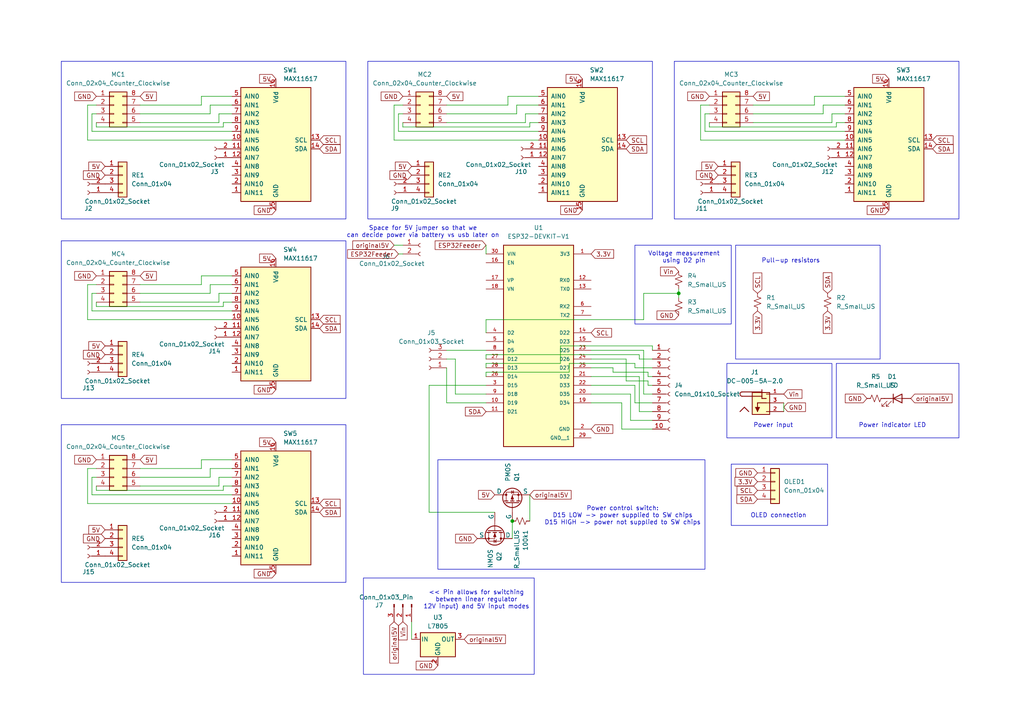
<source format=kicad_sch>
(kicad_sch (version 20250114) (generator "eeschema") (generator_version "9.0")
  (paper "A4")
  (lib_symbols
    (symbol "Analog_ADC:MAX11617" (pin_names (offset 1.016))
      (property "Reference" "U" (at 11.43 -11.43 0))
      (property "Value" "MAX11617" (at 11.43 -13.97 0))
      (symbol "MAX11617_1_1"
        (pin input line (at -12.7 12.7 0) (length 2.54) (name "AIN0") (number "5"))
        (pin input line (at -12.7 10.16 0) (length 2.54) (name "AIN1") (number "6"))
        (pin input line (at -12.7 7.62 0) (length 2.54) (name "AIN2") (number "7"))
        (pin input line (at -12.7 5.08 0) (length 2.54) (name "AIN3") (number "8"))
        (pin input line (at -12.7 2.54 0) (length 2.54) (name "AIN4") (number "9"))
        (pin input line (at -12.7 0 0) (length 2.54) (name "AIN5") (number "10"))
        (pin input line (at -12.7 -2.54 0) (length 2.54) (name "AIN6") (number "11"))
        (pin input line (at -12.7 -5.08 0) (length 2.54) (name "AIN7") (number "12"))
        (pin input line (at -12.7 -7.62 0) (length 2.54) (name "AIN8") (number "4"))
        (pin input line (at -12.7 -10.16 0) (length 2.54) (name "AIN9") (number "3"))
        (pin input line (at -12.7 -12.7 0) (length 2.54) (name "AIN10") (number "2"))
        (pin input line (at -12.7 -15.24 0) (length 2.54) (name "AIN11") (number "1"))
        (pin power_in line (at 0 17.78 270) (length 2.54) (name "Vdd") (number "16"))
        (pin power_in line (at 0 -20.32 90) (length 2.54) (name "GND") (number "15"))
        (pin input line (at 12.7 0 180) (length 2.54) (name "SCL") (number "13"))
        (pin bidirectional line (at 12.7 -2.54 180) (length 2.54) (name "SDA") (number "14"))
      )
    )
    (symbol "Connector:Conn_01x02_Socket" (pin_names (offset 1.016) (hide yes))
      (property "Reference" "J" (at 0 2.54 0))
      (property "Value" "Conn_01x02_Socket" (at 0 -5.08 0))
      (symbol "Conn_01x02_Socket_1_1"
        (pin passive line (at -5.08 0 0) (length 3.81) (name "Pin_1") (number "1"))
        (pin passive line (at -5.08 -2.54 0) (length 3.81) (name "Pin_2") (number "2"))
      )
    )
    (symbol "Connector:Conn_01x03_Pin" (pin_names (offset 1.016) (hide yes))
      (property "Reference" "J" (at 0 5.08 0))
      (property "Value" "Conn_01x03_Pin" (at 0 -5.08 0))
      (symbol "Conn_01x03_Pin_1_1"
        (pin passive line (at 5.08 2.54 180) (length 3.81) (name "Pin_1") (number "1"))
        (pin passive line (at 5.08 0 180) (length 3.81) (name "Pin_2") (number "2"))
        (pin passive line (at 5.08 -2.54 180) (length 3.81) (name "Pin_3") (number "3"))
      )
    )
    (symbol "Connector:Conn_01x03_Socket" (pin_names (offset 1.016) (hide yes))
      (property "Reference" "J" (at 0 5.08 0))
      (property "Value" "Conn_01x03_Socket" (at 0 -5.08 0))
      (symbol "Conn_01x03_Socket_1_1"
        (pin passive line (at -5.08 2.54 0) (length 3.81) (name "Pin_1") (number "1"))
        (pin passive line (at -5.08 0 0) (length 3.81) (name "Pin_2") (number "2"))
        (pin passive line (at -5.08 -2.54 0) (length 3.81) (name "Pin_3") (number "3"))
      )
    )
    (symbol "Connector:Conn_01x10_Socket" (pin_names (offset 1.016) (hide yes))
      (property "Reference" "J" (at 0 12.7 0))
      (property "Value" "Conn_01x10_Socket" (at 0 -15.24 0))
      (symbol "Conn_01x10_Socket_1_1"
        (pin passive line (at -5.08 10.16 0) (length 3.81) (name "Pin_1") (number "1"))
        (pin passive line (at -5.08 7.62 0) (length 3.81) (name "Pin_2") (number "2"))
        (pin passive line (at -5.08 5.08 0) (length 3.81) (name "Pin_3") (number "3"))
        (pin passive line (at -5.08 2.54 0) (length 3.81) (name "Pin_4") (number "4"))
        (pin passive line (at -5.08 0 0) (length 3.81) (name "Pin_5") (number "5"))
        (pin passive line (at -5.08 -2.54 0) (length 3.81) (name "Pin_6") (number "6"))
        (pin passive line (at -5.08 -5.08 0) (length 3.81) (name "Pin_7") (number "7"))
        (pin passive line (at -5.08 -7.62 0) (length 3.81) (name "Pin_8") (number "8"))
        (pin passive line (at -5.08 -10.16 0) (length 3.81) (name "Pin_9") (number "9"))
        (pin passive line (at -5.08 -12.7 0) (length 3.81) (name "Pin_10") (number "10"))
      )
    )
    (symbol "Connector_Generic:Conn_01x04" (pin_names (offset 1.016) (hide yes))
      (property "Reference" "J" (at 0 5.08 0))
      (property "Value" "Conn_01x04" (at 0 -7.62 0))
      (symbol "Conn_01x04_1_1"
        (pin passive line (at -5.08 2.54 0) (length 3.81) (name "Pin_1") (number "1"))
        (pin passive line (at -5.08 0 0) (length 3.81) (name "Pin_2") (number "2"))
        (pin passive line (at -5.08 -2.54 0) (length 3.81) (name "Pin_3") (number "3"))
        (pin passive line (at -5.08 -5.08 0) (length 3.81) (name "Pin_4") (number "4"))
      )
    )
    (symbol "Connector_Generic:Conn_02x04_Counter_Clockwise" (pin_names (offset 1.016) (hide yes))
      (property "Reference" "J" (at 1.27 5.08 0))
      (property "Value" "Conn_02x04_Counter_Clockwise" (at 1.27 -7.62 0))
      (symbol "Conn_02x04_Counter_Clockwise_1_1"
        (pin passive line (at -5.08 2.54 0) (length 3.81) (name "Pin_1") (number "1"))
        (pin passive line (at -5.08 0 0) (length 3.81) (name "Pin_2") (number "2"))
        (pin passive line (at -5.08 -2.54 0) (length 3.81) (name "Pin_3") (number "3"))
        (pin passive line (at -5.08 -5.08 0) (length 3.81) (name "Pin_4") (number "4"))
        (pin passive line (at 7.62 2.54 180) (length 3.81) (name "Pin_8") (number "8"))
        (pin passive line (at 7.62 0 180) (length 3.81) (name "Pin_7") (number "7"))
        (pin passive line (at 7.62 -2.54 180) (length 3.81) (name "Pin_6") (number "6"))
        (pin passive line (at 7.62 -5.08 180) (length 3.81) (name "Pin_5") (number "5"))
      )
    )
    (symbol "DC-005-5A-2.0:DC-005-5A-2.0" (pin_names (offset 1.016))
      (property "Reference" "J" (at -5.08 5.08 0))
      (property "Value" "DC-005-5A-2.0" (at -5.08 -5.08 0))
      (symbol "DC-005-5A-2.0_0_0"
        (pin passive line (at 7.62 2.54 180) (length 5.08) (name "~") (number "1"))
        (pin passive line (at 7.62 0 180) (length 5.08) (name "~") (number "3"))
        (pin passive line (at 7.62 -2.54 180) (length 5.08) (name "~") (number "2"))
      )
    )
    (symbol "Device:LED" (pin_numbers (hide yes)) (pin_names (offset 1.016) (hide yes))
      (property "Reference" "D" (at 0 2.54 0))
      (property "Value" "LED" (at 0 -2.54 0))
      (symbol "LED_1_1"
        (pin passive line (at -3.81 0 0) (length 2.54) (name "K") (number "1"))
        (pin passive line (at 3.81 0 180) (length 2.54) (name "A") (number "2"))
      )
    )
    (symbol "Device:R_Small_US" (pin_numbers (hide yes)) (pin_names (offset 0.254) (hide yes))
      (property "Reference" "R" (at 0.762 0.508 0))
      (property "Value" "R_Small_US" (at 0.762 -1.016 0))
      (symbol "R_Small_US_1_1"
        (pin passive line (at 0 2.54 270) (length 1.016) (name "~") (number "1"))
        (pin passive line (at 0 -2.54 90) (length 1.016) (name "~") (number "2"))
      )
    )
    (symbol "ESP32-DEVKIT-V1:ESP32-DEVKIT-V1" (pin_names (offset 1.016))
      (property "Reference" "U" (at -10.16 30.48 0))
      (property "Value" "ESP32-DEVKIT-V1" (at -10.16 -33.02 0))
      (symbol "ESP32-DEVKIT-V1_0_0"
        (pin input line (at -15.24 25.4 0) (length 5.08) (name "VIN") (number "30"))
        (pin input line (at -15.24 22.86 0) (length 5.08) (name "EN") (number "16"))
        (pin bidirectional line (at -15.24 17.78 0) (length 5.08) (name "VP") (number "17"))
        (pin bidirectional line (at -15.24 15.24 0) (length 5.08) (name "VN") (number "18"))
        (pin bidirectional line (at -15.24 2.54 0) (length 5.08) (name "D2") (number "4"))
        (pin bidirectional line (at -15.24 0 0) (length 5.08) (name "D4") (number "5"))
        (pin bidirectional line (at -15.24 -2.54 0) (length 5.08) (name "D5") (number "8"))
        (pin bidirectional line (at -15.24 -5.08 0) (length 5.08) (name "D12") (number "27"))
        (pin bidirectional line (at -15.24 -7.62 0) (length 5.08) (name "D13") (number "28"))
        (pin bidirectional line (at -15.24 -10.16 0) (length 5.08) (name "D14") (number "26"))
        (pin bidirectional line (at -15.24 -12.7 0) (length 5.08) (name "D15") (number "3"))
        (pin bidirectional line (at -15.24 -15.24 0) (length 5.08) (name "D18") (number "9"))
        (pin bidirectional line (at -15.24 -17.78 0) (length 5.08) (name "D19") (number "10"))
        (pin bidirectional line (at -15.24 -20.32 0) (length 5.08) (name "D21") (number "11"))
        (pin output line (at 15.24 25.4 180) (length 5.08) (name "3V3") (number "1"))
        (pin input line (at 15.24 17.78 180) (length 5.08) (name "RX0") (number "12"))
        (pin output line (at 15.24 15.24 180) (length 5.08) (name "TX0") (number "13"))
        (pin input line (at 15.24 10.16 180) (length 5.08) (name "RX2") (number "6"))
        (pin output line (at 15.24 7.62 180) (length 5.08) (name "TX2") (number "7"))
        (pin bidirectional line (at 15.24 2.54 180) (length 5.08) (name "D22") (number "14"))
        (pin bidirectional line (at 15.24 0 180) (length 5.08) (name "D23") (number "15"))
        (pin bidirectional line (at 15.24 -2.54 180) (length 5.08) (name "D25") (number "23"))
        (pin bidirectional line (at 15.24 -5.08 180) (length 5.08) (name "D26") (number "24"))
        (pin bidirectional line (at 15.24 -7.62 180) (length 5.08) (name "D27") (number "25"))
        (pin bidirectional line (at 15.24 -10.16 180) (length 5.08) (name "D32") (number "21"))
        (pin bidirectional line (at 15.24 -12.7 180) (length 5.08) (name "D33") (number "22"))
        (pin bidirectional line (at 15.24 -15.24 180) (length 5.08) (name "D35") (number "20"))
        (pin bidirectional line (at 15.24 -17.78 180) (length 5.08) (name "D34") (number "19"))
        (pin power_in line (at 15.24 -25.4 180) (length 5.08) (name "GND") (number "2"))
        (pin power_in line (at 15.24 -27.94 180) (length 5.08) (name "GND__1") (number "29"))
      )
    )
    (symbol "Regulator_Linear:L7805" (pin_names (offset 0.254))
      (property "Reference" "U" (at -3.81 3.175 0))
      (property "Value" "L7805" (at 0 3.175 0))
      (symbol "L7805_1_1"
        (pin power_in line (at -7.62 0 0) (length 2.54) (name "IN") (number "1"))
        (pin power_in line (at 0 -7.62 90) (length 2.54) (name "GND") (number "2"))
        (pin power_out line (at 7.62 0 180) (length 2.54) (name "OUT") (number "3"))
      )
    )
    (symbol "Simulation_SPICE:NMOS" (pin_numbers (hide yes)) (pin_names (offset 0))
      (property "Reference" "Q" (at 5.08 1.27 0))
      (property "Value" "NMOS" (at 5.08 -1.27 0))
      (symbol "NMOS_1_1"
        (pin input line (at -5.08 0 0) (length 2.54) (name "G") (number "2"))
        (pin passive line (at 2.54 5.08 270) (length 2.54) (name "D") (number "1"))
        (pin passive line (at 2.54 -5.08 90) (length 2.54) (name "S") (number "3"))
      )
    )
    (symbol "Simulation_SPICE:PMOS" (pin_numbers (hide yes)) (pin_names (offset 0))
      (property "Reference" "Q" (at 5.08 1.27 0))
      (property "Value" "PMOS" (at 5.08 -1.27 0))
      (symbol "PMOS_1_1"
        (pin input line (at -5.08 0 0) (length 2.54) (name "G") (number "2"))
        (pin passive line (at 2.54 5.08 270) (length 2.54) (name "D") (number "1"))
        (pin passive line (at 2.54 -5.08 90) (length 2.54) (name "S") (number "3"))
      )
    )
  )
  (rectangle (start 105.41 167.64) (end 154.94 195.58))
  (rectangle (start 184.15 71.12) (end 212.09 93.98))
  (rectangle (start 127 133.35) (end 204.47 165.1))
  (rectangle (start 106.68 17.78) (end 189.23 63.5))
  (rectangle (start 17.78 123.19) (end 100.33 168.91))
  (rectangle (start 242.57 105.41) (end 278.13 127))
  (rectangle (start 195.58 17.78) (end 278.13 63.5))
  (rectangle (start 210.82 105.41) (end 241.3 127))
  (rectangle (start 17.78 17.78) (end 100.33 63.5))
  (rectangle (start 212.09 134.62) (end 240.03 152.4))
  (rectangle (start 213.36 71.12) (end 255.27 104.14))
  (rectangle (start 17.78 69.85) (end 100.33 115.57))
  (text "Power input" (at 224.282 123.444 0) (effects (font (size 1.27 1.27))))
  (text "Power indicator LED" (at 258.826 123.444 0) (effects (font (size 1.27 1.27))))
  (text "OLED connection" (at 225.806 149.606 0) (effects (font (size 1.27 1.27))))
  (text "Pull-up resistors" (at 229.362 75.692 0) (effects (font (size 1.27 1.27))))
  (text "<< Pin allows for switching\nbetween linear regulator\n12V input) and 5V input modes" (at 138.176 173.99 0) (effects (font (size 1.27 1.27))))
  (text "Power control switch:\nD15 LOW -> power supplied to SW chips\nD15 HIGH -> power not supplied to SW chips" (at 180.594 149.606 0) (effects (font (size 1.27 1.27))))
  (text "Voltage measurement\nusing D2 pin" (at 198.374 74.676 0) (effects (font (size 1.27 1.27))))
  (text "Space for 5V jumper so that we\ncan decide power via battery vs usb later on" (at 122.682 67.31 0) (effects (font (size 1.27 1.27))))
  (junction (at 148.59 151.13))
  (junction (at 196.85 85.09))
  (wire (pts (xy 140.97 105.41) (xy 140.97 106.68)))
  (wire (pts (xy 63.5 87.63) (xy 63.5 85.09)))
  (wire (pts (xy 40.64 33.02) (xy 60.96 33.02)))
  (wire (pts (xy 227.33 116.84) (xy 227.33 119.38)))
  (wire (pts (xy 182.88 114.3) (xy 182.88 121.92)))
  (wire (pts (xy 114.3 30.48) (xy 114.3 40.64)))
  (wire (pts (xy 242.57 35.56) (xy 245.11 35.56)))
  (wire (pts (xy 152.4 35.56) (xy 152.4 33.02)))
  (wire (pts (xy 116.84 36.83) (xy 153.67 36.83)))
  (wire (pts (xy 187.96 109.22) (xy 189.23 109.22)))
  (wire (pts (xy 165.1 107.95) (xy 165.1 105.41)))
  (wire (pts (xy 40.64 82.55) (xy 58.42 82.55)))
  (wire (pts (xy 205.74 30.48) (xy 203.2 30.48)))
  (wire (pts (xy 58.42 80.01) (xy 67.31 80.01)))
  (wire (pts (xy 205.74 33.02) (xy 204.47 33.02)))
  (wire (pts (xy 187.96 107.95) (xy 187.96 109.22)))
  (wire (pts (xy 184.15 116.84) (xy 189.23 116.84)))
  (wire (pts (xy 185.42 109.22) (xy 185.42 119.38)))
  (wire (pts (xy 63.5 140.97) (xy 63.5 138.43)))
  (wire (pts (xy 40.64 85.09) (xy 60.96 85.09)))
  (wire (pts (xy 124.46 148.59) (xy 143.51 148.59)))
  (wire (pts (xy 184.15 111.76) (xy 184.15 116.84)))
  (wire (pts (xy 27.94 142.24) (xy 64.77 142.24)))
  (wire (pts (xy 40.64 35.56) (xy 63.5 35.56)))
  (wire (pts (xy 132.08 104.14) (xy 129.54 104.14)))
  (wire (pts (xy 148.59 151.13) (xy 148.59 156.21)))
  (wire (pts (xy 27.94 82.55) (xy 25.4 82.55)))
  (wire (pts (xy 26.67 90.17) (xy 67.31 90.17)))
  (wire (pts (xy 27.94 33.02) (xy 26.67 33.02)))
  (wire (pts (xy 25.4 92.71) (xy 67.31 92.71)))
  (wire (pts (xy 205.74 35.56) (xy 205.74 36.83)))
  (wire (pts (xy 140.97 107.95) (xy 140.97 109.22)))
  (wire (pts (xy 60.96 30.48) (xy 67.31 30.48)))
  (wire (pts (xy 58.42 82.55) (xy 58.42 80.01)))
  (wire (pts (xy 58.42 27.94) (xy 67.31 27.94)))
  (wire (pts (xy 189.23 100.33) (xy 189.23 101.6)))
  (wire (pts (xy 25.4 135.89) (xy 25.4 146.05)))
  (wire (pts (xy 26.67 85.09) (xy 26.67 90.17)))
  (wire (pts (xy 241.3 33.02) (xy 245.11 33.02)))
  (wire (pts (xy 204.47 38.1) (xy 245.11 38.1)))
  (wire (pts (xy 60.96 138.43) (xy 60.96 135.89)))
  (wire (pts (xy 115.57 33.02) (xy 115.57 38.1)))
  (wire (pts (xy 60.96 135.89) (xy 67.31 135.89)))
  (wire (pts (xy 25.4 40.64) (xy 67.31 40.64)))
  (wire (pts (xy 26.67 138.43) (xy 26.67 143.51)))
  (wire (pts (xy 63.5 33.02) (xy 67.31 33.02)))
  (wire (pts (xy 129.54 35.56) (xy 152.4 35.56)))
  (wire (pts (xy 171.45 104.14) (xy 181.61 104.14)))
  (wire (pts (xy 27.94 35.56) (xy 27.94 36.83)))
  (wire (pts (xy 181.61 110.49) (xy 187.96 110.49)))
  (wire (pts (xy 238.76 33.02) (xy 238.76 30.48)))
  (wire (pts (xy 58.42 135.89) (xy 58.42 133.35)))
  (wire (pts (xy 171.45 111.76) (xy 184.15 111.76)))
  (wire (pts (xy 180.34 116.84) (xy 180.34 124.46)))
  (wire (pts (xy 58.42 133.35) (xy 67.31 133.35)))
  (wire (pts (xy 140.97 92.71) (xy 186.69 92.71)))
  (wire (pts (xy 58.42 30.48) (xy 58.42 27.94)))
  (wire (pts (xy 63.5 138.43) (xy 67.31 138.43)))
  (wire (pts (xy 27.94 30.48) (xy 25.4 30.48)))
  (wire (pts (xy 182.88 121.92) (xy 189.23 121.92)))
  (wire (pts (xy 129.54 30.48) (xy 147.32 30.48)))
  (wire (pts (xy 27.94 140.97) (xy 27.94 142.24)))
  (wire (pts (xy 180.34 124.46) (xy 189.23 124.46)))
  (wire (pts (xy 149.86 33.02) (xy 149.86 30.48)))
  (wire (pts (xy 171.45 101.6) (xy 186.69 101.6)))
  (wire (pts (xy 40.64 138.43) (xy 60.96 138.43)))
  (wire (pts (xy 238.76 30.48) (xy 245.11 30.48)))
  (wire (pts (xy 40.64 87.63) (xy 63.5 87.63)))
  (wire (pts (xy 60.96 82.55) (xy 67.31 82.55)))
  (wire (pts (xy 187.96 110.49) (xy 187.96 111.76)))
  (wire (pts (xy 184.15 106.68) (xy 189.23 106.68)))
  (wire (pts (xy 40.64 140.97) (xy 63.5 140.97)))
  (wire (pts (xy 60.96 85.09) (xy 60.96 82.55)))
  (wire (pts (xy 27.94 138.43) (xy 26.67 138.43)))
  (wire (pts (xy 186.69 85.09) (xy 196.85 85.09)))
  (wire (pts (xy 140.97 102.87) (xy 140.97 104.14)))
  (wire (pts (xy 162.56 100.33) (xy 189.23 100.33)))
  (wire (pts (xy 27.94 88.9) (xy 64.77 88.9)))
  (wire (pts (xy 171.45 116.84) (xy 180.34 116.84)))
  (wire (pts (xy 25.4 30.48) (xy 25.4 40.64)))
  (wire (pts (xy 26.67 143.51) (xy 67.31 143.51)))
  (wire (pts (xy 171.45 114.3) (xy 182.88 114.3)))
  (wire (pts (xy 25.4 146.05) (xy 67.31 146.05)))
  (wire (pts (xy 140.97 71.12) (xy 140.97 73.66)))
  (wire (pts (xy 140.97 102.87) (xy 185.42 102.87)))
  (wire (pts (xy 165.1 105.41) (xy 184.15 105.41)))
  (wire (pts (xy 187.96 111.76) (xy 189.23 111.76)))
  (wire (pts (xy 124.46 148.59) (xy 124.46 111.76)))
  (wire (pts (xy 177.8 106.68) (xy 177.8 107.95)))
  (wire (pts (xy 140.97 105.41) (xy 162.56 105.41)))
  (wire (pts (xy 147.32 27.94) (xy 156.21 27.94)))
  (wire (pts (xy 185.42 104.14) (xy 189.23 104.14)))
  (wire (pts (xy 26.67 33.02) (xy 26.67 38.1)))
  (wire (pts (xy 26.67 38.1) (xy 67.31 38.1)))
  (wire (pts (xy 140.97 116.84) (xy 129.54 116.84)))
  (wire (pts (xy 40.64 135.89) (xy 58.42 135.89)))
  (wire (pts (xy 27.94 135.89) (xy 25.4 135.89)))
  (wire (pts (xy 196.85 85.09) (xy 196.85 86.36)))
  (wire (pts (xy 114.3 40.64) (xy 156.21 40.64)))
  (wire (pts (xy 218.44 35.56) (xy 241.3 35.56)))
  (wire (pts (xy 218.44 33.02) (xy 238.76 33.02)))
  (wire (pts (xy 153.67 36.83) (xy 153.67 35.56)))
  (wire (pts (xy 40.64 30.48) (xy 58.42 30.48)))
  (wire (pts (xy 63.5 85.09) (xy 67.31 85.09)))
  (wire (pts (xy 124.46 111.76) (xy 140.97 111.76)))
  (wire (pts (xy 241.3 35.56) (xy 241.3 33.02)))
  (wire (pts (xy 171.45 106.68) (xy 177.8 106.68)))
  (wire (pts (xy 204.47 33.02) (xy 204.47 38.1)))
  (wire (pts (xy 129.54 101.6) (xy 140.97 101.6)))
  (wire (pts (xy 63.5 35.56) (xy 63.5 33.02)))
  (wire (pts (xy 64.77 142.24) (xy 64.77 140.97)))
  (wire (pts (xy 119.38 180.34) (xy 119.38 185.42)))
  (wire (pts (xy 64.77 87.63) (xy 67.31 87.63)))
  (wire (pts (xy 129.54 116.84) (xy 129.54 106.68)))
  (wire (pts (xy 149.86 30.48) (xy 156.21 30.48)))
  (wire (pts (xy 186.69 85.09) (xy 186.69 92.71)))
  (wire (pts (xy 27.94 85.09) (xy 26.67 85.09)))
  (wire (pts (xy 132.08 114.3) (xy 132.08 104.14)))
  (wire (pts (xy 27.94 87.63) (xy 27.94 88.9)))
  (wire (pts (xy 147.32 30.48) (xy 147.32 27.94)))
  (wire (pts (xy 114.3 71.12) (xy 116.84 71.12)))
  (wire (pts (xy 152.4 33.02) (xy 156.21 33.02)))
  (wire (pts (xy 115.57 38.1) (xy 156.21 38.1)))
  (wire (pts (xy 162.56 105.41) (xy 162.56 100.33)))
  (wire (pts (xy 116.84 35.56) (xy 116.84 36.83)))
  (wire (pts (xy 236.22 27.94) (xy 245.11 27.94)))
  (wire (pts (xy 115.57 73.66) (xy 116.84 73.66)))
  (wire (pts (xy 64.77 36.83) (xy 64.77 35.56)))
  (wire (pts (xy 116.84 33.02) (xy 115.57 33.02)))
  (wire (pts (xy 203.2 30.48) (xy 203.2 40.64)))
  (wire (pts (xy 64.77 140.97) (xy 67.31 140.97)))
  (wire (pts (xy 186.69 101.6) (xy 186.69 114.3)))
  (wire (pts (xy 184.15 105.41) (xy 184.15 106.68)))
  (wire (pts (xy 60.96 33.02) (xy 60.96 30.48)))
  (wire (pts (xy 203.2 40.64) (xy 245.11 40.64)))
  (wire (pts (xy 25.4 82.55) (xy 25.4 92.71)))
  (wire (pts (xy 236.22 30.48) (xy 236.22 27.94)))
  (wire (pts (xy 171.45 109.22) (xy 185.42 109.22)))
  (wire (pts (xy 186.69 114.3) (xy 189.23 114.3)))
  (wire (pts (xy 140.97 107.95) (xy 165.1 107.95)))
  (wire (pts (xy 64.77 88.9) (xy 64.77 87.63)))
  (wire (pts (xy 116.84 30.48) (xy 114.3 30.48)))
  (wire (pts (xy 27.94 36.83) (xy 64.77 36.83)))
  (wire (pts (xy 218.44 30.48) (xy 236.22 30.48)))
  (wire (pts (xy 196.85 83.82) (xy 196.85 85.09)))
  (wire (pts (xy 185.42 102.87) (xy 185.42 104.14)))
  (wire (pts (xy 205.74 36.83) (xy 242.57 36.83)))
  (wire (pts (xy 153.67 35.56) (xy 156.21 35.56)))
  (wire (pts (xy 181.61 104.14) (xy 181.61 110.49)))
  (wire (pts (xy 185.42 119.38) (xy 189.23 119.38)))
  (wire (pts (xy 177.8 107.95) (xy 187.96 107.95)))
  (wire (pts (xy 242.57 36.83) (xy 242.57 35.56)))
  (wire (pts (xy 153.67 143.51) (xy 153.67 151.13)))
  (wire (pts (xy 129.54 33.02) (xy 149.86 33.02)))
  (wire (pts (xy 140.97 96.52) (xy 140.97 92.71)))
  (wire (pts (xy 140.97 114.3) (xy 132.08 114.3)))
  (wire (pts (xy 64.77 35.56) (xy 67.31 35.56)))
  (global_label "GND" (shape input) (at 171.45 124.46 0) (property "Intersheetrefs" "${INTERSHEET_REFS}" (effects (hide yes))))
  (global_label "5V" (shape input) (at 40.64 133.35 0) (property "Intersheetrefs" "${INTERSHEET_REFS}" (effects (hide yes))))
  (global_label "SCL" (shape input) (at 219.71 85.09 90) (property "Intersheetrefs" "${INTERSHEET_REFS}" (effects (hide yes))))
  (global_label "ESP32Feeder" (shape input) (at 115.57 73.66 180) (property "Intersheetrefs" "${INTERSHEET_REFS}" (effects (hide yes))))
  (global_label "SDA" (shape input) (at 270.51 43.18 0) (property "Intersheetrefs" "${INTERSHEET_REFS}" (effects (hide yes))))
  (global_label "GND" (shape input) (at 168.91 60.96 180) (property "Intersheetrefs" "${INTERSHEET_REFS}" (effects (hide yes))))
  (global_label "GND" (shape input) (at 127 193.04 180) (property "Intersheetrefs" "${INTERSHEET_REFS}" (effects (hide yes))))
  (global_label "original5V" (shape input) (at 114.3 180.34 270) (property "Intersheetrefs" "${INTERSHEET_REFS}" (effects (hide yes))))
  (global_label "GND" (shape input) (at 30.48 156.21 180) (property "Intersheetrefs" "${INTERSHEET_REFS}" (effects (hide yes))))
  (global_label "SDA" (shape input) (at 92.71 95.25 0) (property "Intersheetrefs" "${INTERSHEET_REFS}" (effects (hide yes))))
  (global_label "original5V" (shape input) (at 264.16 115.57 0) (property "Intersheetrefs" "${INTERSHEET_REFS}" (effects (hide yes))))
  (global_label "GND" (shape input) (at 80.01 166.37 180) (property "Intersheetrefs" "${INTERSHEET_REFS}" (effects (hide yes))))
  (global_label "GND" (shape input) (at 196.85 91.44 180) (property "Intersheetrefs" "${INTERSHEET_REFS}" (effects (hide yes))))
  (global_label "5V" (shape input) (at 30.48 48.26 180) (property "Intersheetrefs" "${INTERSHEET_REFS}" (effects (hide yes))))
  (global_label "SDA" (shape input) (at 92.71 148.59 0) (property "Intersheetrefs" "${INTERSHEET_REFS}" (effects (hide yes))))
  (global_label "3.3V" (shape input) (at 171.45 73.66 0) (property "Intersheetrefs" "${INTERSHEET_REFS}" (effects (hide yes))))
  (global_label "SCL" (shape input) (at 92.71 92.71 0) (property "Intersheetrefs" "${INTERSHEET_REFS}" (effects (hide yes))))
  (global_label "SCL" (shape input) (at 171.45 96.52 0) (property "Intersheetrefs" "${INTERSHEET_REFS}" (effects (hide yes))))
  (global_label "GND" (shape input) (at 208.28 50.8 180) (property "Intersheetrefs" "${INTERSHEET_REFS}" (effects (hide yes))))
  (global_label "GND" (shape input) (at 119.38 50.8 180) (property "Intersheetrefs" "${INTERSHEET_REFS}" (effects (hide yes))))
  (global_label "GND" (shape input) (at 30.48 102.87 180) (property "Intersheetrefs" "${INTERSHEET_REFS}" (effects (hide yes))))
  (global_label "GND" (shape input) (at 27.94 133.35 180) (property "Intersheetrefs" "${INTERSHEET_REFS}" (effects (hide yes))))
  (global_label "GND" (shape input) (at 257.81 60.96 180) (property "Intersheetrefs" "${INTERSHEET_REFS}" (effects (hide yes))))
  (global_label "5V" (shape input) (at 40.64 80.01 0) (property "Intersheetrefs" "${INTERSHEET_REFS}" (effects (hide yes))))
  (global_label "3.3V" (shape input) (at 240.03 90.17 270) (property "Intersheetrefs" "${INTERSHEET_REFS}" (effects (hide yes))))
  (global_label "SCL" (shape input) (at 181.61 40.64 0) (property "Intersheetrefs" "${INTERSHEET_REFS}" (effects (hide yes))))
  (global_label "ESP32Feeder" (shape input) (at 140.97 71.12 180) (property "Intersheetrefs" "${INTERSHEET_REFS}" (effects (hide yes))))
  (global_label "GND" (shape input) (at 227.33 118.11 0) (property "Intersheetrefs" "${INTERSHEET_REFS}" (effects (hide yes))))
  (global_label "GND" (shape input) (at 251.46 115.57 180) (property "Intersheetrefs" "${INTERSHEET_REFS}" (effects (hide yes))))
  (global_label "Vin" (shape input) (at 196.85 78.74 180) (property "Intersheetrefs" "${INTERSHEET_REFS}" (effects (hide yes))))
  (global_label "original5V" (shape input) (at 134.62 185.42 0) (property "Intersheetrefs" "${INTERSHEET_REFS}" (effects (hide yes))))
  (global_label "GND" (shape input) (at 80.01 113.03 180) (property "Intersheetrefs" "${INTERSHEET_REFS}" (effects (hide yes))))
  (global_label "5V" (shape input) (at 218.44 27.94 0) (property "Intersheetrefs" "${INTERSHEET_REFS}" (effects (hide yes))))
  (global_label "GND" (shape input) (at 80.01 60.96 180) (property "Intersheetrefs" "${INTERSHEET_REFS}" (effects (hide yes))))
  (global_label "GND" (shape input) (at 27.94 27.94 180) (property "Intersheetrefs" "${INTERSHEET_REFS}" (effects (hide yes))))
  (global_label "SDA" (shape input) (at 240.03 85.09 90) (property "Intersheetrefs" "${INTERSHEET_REFS}" (effects (hide yes))))
  (global_label "5V" (shape input) (at 208.28 48.26 180) (property "Intersheetrefs" "${INTERSHEET_REFS}" (effects (hide yes))))
  (global_label "5V" (shape input) (at 30.48 100.33 180) (property "Intersheetrefs" "${INTERSHEET_REFS}" (effects (hide yes))))
  (global_label "original5V" (shape input) (at 153.67 143.51 0) (property "Intersheetrefs" "${INTERSHEET_REFS}" (effects (hide yes))))
  (global_label "5V" (shape input) (at 80.01 22.86 180) (property "Intersheetrefs" "${INTERSHEET_REFS}" (effects (hide yes))))
  (global_label "5V" (shape input) (at 80.01 74.93 180) (property "Intersheetrefs" "${INTERSHEET_REFS}" (effects (hide yes))))
  (global_label "3.3V" (shape input) (at 219.71 139.7 180) (property "Intersheetrefs" "${INTERSHEET_REFS}" (effects (hide yes))))
  (global_label "SDA" (shape input) (at 92.71 43.18 0) (property "Intersheetrefs" "${INTERSHEET_REFS}" (effects (hide yes))))
  (global_label "GND" (shape input) (at 27.94 80.01 180) (property "Intersheetrefs" "${INTERSHEET_REFS}" (effects (hide yes))))
  (global_label "SCL" (shape input) (at 92.71 40.64 0) (property "Intersheetrefs" "${INTERSHEET_REFS}" (effects (hide yes))))
  (global_label "5V" (shape input) (at 30.48 153.67 180) (property "Intersheetrefs" "${INTERSHEET_REFS}" (effects (hide yes))))
  (global_label "GND" (shape input) (at 138.43 156.21 180) (property "Intersheetrefs" "${INTERSHEET_REFS}" (effects (hide yes))))
  (global_label "GND" (shape input) (at 219.71 137.16 180) (property "Intersheetrefs" "${INTERSHEET_REFS}" (effects (hide yes))))
  (global_label "5V" (shape input) (at 129.54 27.94 0) (property "Intersheetrefs" "${INTERSHEET_REFS}" (effects (hide yes))))
  (global_label "5V" (shape input) (at 257.81 22.86 180) (property "Intersheetrefs" "${INTERSHEET_REFS}" (effects (hide yes))))
  (global_label "5V" (shape input) (at 80.01 128.27 180) (property "Intersheetrefs" "${INTERSHEET_REFS}" (effects (hide yes))))
  (global_label "5V" (shape input) (at 119.38 48.26 180) (property "Intersheetrefs" "${INTERSHEET_REFS}" (effects (hide yes))))
  (global_label "Vin" (shape input) (at 116.84 180.34 270) (property "Intersheetrefs" "${INTERSHEET_REFS}" (effects (hide yes))))
  (global_label "5V" (shape input) (at 40.64 27.94 0) (property "Intersheetrefs" "${INTERSHEET_REFS}" (effects (hide yes))))
  (global_label "SDA" (shape input) (at 219.71 144.78 180) (property "Intersheetrefs" "${INTERSHEET_REFS}" (effects (hide yes))))
  (global_label "GND" (shape input) (at 205.74 27.94 180) (property "Intersheetrefs" "${INTERSHEET_REFS}" (effects (hide yes))))
  (global_label "5V" (shape input) (at 143.51 143.51 180) (property "Intersheetrefs" "${INTERSHEET_REFS}" (effects (hide yes))))
  (global_label "GND" (shape input) (at 30.48 50.8 180) (property "Intersheetrefs" "${INTERSHEET_REFS}" (effects (hide yes))))
  (global_label "original5V" (shape input) (at 114.3 71.12 180) (property "Intersheetrefs" "${INTERSHEET_REFS}" (effects (hide yes))))
  (global_label "SDA" (shape input) (at 181.61 43.18 0) (property "Intersheetrefs" "${INTERSHEET_REFS}" (effects (hide yes))))
  (global_label "SCL" (shape input) (at 270.51 40.64 0) (property "Intersheetrefs" "${INTERSHEET_REFS}" (effects (hide yes))))
  (global_label "Vin" (shape input) (at 227.33 114.3 0) (property "Intersheetrefs" "${INTERSHEET_REFS}" (effects (hide yes))))
  (global_label "SDA" (shape input) (at 140.97 119.38 180) (property "Intersheetrefs" "${INTERSHEET_REFS}" (effects (hide yes))))
  (global_label "5V" (shape input) (at 168.91 22.86 180) (property "Intersheetrefs" "${INTERSHEET_REFS}" (effects (hide yes))))
  (global_label "3.3V" (shape input) (at 219.71 90.17 270) (property "Intersheetrefs" "${INTERSHEET_REFS}" (effects (hide yes))))
  (global_label "SCL" (shape input) (at 92.71 146.05 0) (property "Intersheetrefs" "${INTERSHEET_REFS}" (effects (hide yes))))
  (global_label "GND" (shape input) (at 116.84 27.94 180) (property "Intersheetrefs" "${INTERSHEET_REFS}" (effects (hide yes))))
  (global_label "SCL" (shape input) (at 219.71 142.24 180) (property "Intersheetrefs" "${INTERSHEET_REFS}" (effects (hide yes))))
  (symbol (lib_id "Connector_Generic:Conn_01x04") (at 224.79 139.7 0) (unit 1)
    (property "Reference" "OLED1" (at 227.33 139.6999 0) (effects (justify left)))
    (property "Value" "Conn_01x04" (at 227.33 142.2399 0) (effects (justify left)))
    (property "Footprint" "Connector_PinHeader_2.54mm:PinHeader_1x04_P2.54mm_Vertical" (effects (hide yes)))
    (property "Description" "Generic connector, single row, 01x04, script generated (kicad-library-utils/schlib/autogen/connector/)" (effects (hide yes)))
  )
  (symbol (lib_id "Connector_Generic:Conn_01x04") (at 124.46 50.8 0) (unit 1)
    (property "Reference" "RE2" (at 127 50.7999 0) (effects (justify left)))
    (property "Value" "Conn_01x04" (at 127 53.3399 0) (effects (justify left)))
    (property "Footprint" "Connector_PinHeader_2.54mm:PinHeader_1x04_P2.54mm_Vertical" (effects (hide yes)))
    (property "Description" "Generic connector, single row, 01x04, script generated (kicad-library-utils/schlib/autogen/connector/)" (effects (hide yes)))
  )
  (symbol (lib_id "Analog_ADC:MAX11617") (at 80.01 92.71 0) (unit 1)
    (property "Reference" "SW4" (at 82.1533 72.39 0) (effects (justify left)))
    (property "Value" "MAX11617" (at 82.1533 74.93 0) (effects (justify left)))
    (property "Footprint" "SerialWombat:sw_pcb0029" (effects (hide yes)))
    (property "Datasheet" "https://datasheets.maximintegrated.com/en/ds/MAX11612-MAX11617.pdf" (effects (hide yes)))
    (property "Description" "12-channel single-ended or 6-channel, differential, 12-bit ADC, I2C, 2.048V internal reference, 16-QSOP package" (effects (hide yes)))
  )
  (symbol (lib_id "Connector:Conn_01x03_Socket") (at 124.46 104.14 180) (unit 1)
    (property "Reference" "J5" (at 125.095 96.52 0))
    (property "Value" "Conn_01x03_Socket" (at 125.095 99.06 0))
    (property "Footprint" "Connector_PinHeader_2.54mm:PinHeader_1x03_P2.54mm_Vertical" (effects (hide yes)))
    (property "Description" "Generic connector, single row, 01x03, script generated" (effects (hide yes)))
  )
  (symbol (lib_id "Connector:Conn_01x02_Socket") (at 203.2 55.88 180) (unit 1)
    (property "Reference" "J11" (at 203.454 60.452 0))
    (property "Value" "Conn_01x02_Socket" (at 211.836 58.42 0))
    (property "Footprint" "Connector_PinHeader_2.54mm:PinHeader_1x02_P2.54mm_Vertical" (effects (hide yes)))
    (property "Description" "Generic connector, single row, 01x02, script generated" (effects (hide yes)))
  )
  (symbol (lib_id "Device:R_Small_US") (at 240.03 87.63 0) (unit 1)
    (property "Reference" "R2" (at 242.57 86.3599 0) (effects (justify left)))
    (property "Value" "R_Small_US" (at 242.57 88.8999 0) (effects (justify left)))
    (property "Footprint" "Resistor_THT:R_Axial_DIN0204_L3.6mm_D1.6mm_P2.54mm_Vertical" (effects (hide yes)))
    (property "Description" "Resistor, small US symbol" (effects (hide yes)))
  )
  (symbol (lib_id "Device:R_Small_US") (at 254 115.57 270) (unit 1)
    (property "Reference" "R5" (at 254 109.22 90))
    (property "Value" "R_Small_US" (at 254 111.76 90))
    (property "Footprint" "Connector_PinHeader_2.54mm:PinHeader_1x02_P2.54mm_Vertical" (effects (hide yes)))
    (property "Description" "Resistor, small US symbol" (effects (hide yes)))
  )
  (symbol (lib_id "Regulator_Linear:L7805") (at 127 185.42 0) (unit 1)
    (property "Reference" "U3" (at 127 179.07 0))
    (property "Value" "L7805" (at 127 181.61 0))
    (property "Footprint" "Connector_PinHeader_2.54mm:PinHeader_1x03_P2.54mm_Vertical" (effects (hide yes)))
    (property "Datasheet" "http://www.st.com/content/ccc/resource/technical/document/datasheet/41/4f/b3/b0/12/d4/47/88/CD00000444.pdf/files/CD00000444.pdf/jcr:content/translations/en.CD00000444.pdf" (effects (hide yes)))
    (property "Description" "Positive 1.5A 35V Linear Regulator, Fixed Output 5V, TO-220/TO-263/TO-252" (effects (hide yes)))
  )
  (symbol (lib_id "Connector:Conn_01x02_Socket") (at 240.03 45.72 180) (unit 1)
    (property "Reference" "J12" (at 240.03 49.784 0))
    (property "Value" "Conn_01x02_Socket" (at 233.426 47.752 0))
    (property "Footprint" "Connector_PinHeader_2.54mm:PinHeader_1x02_P2.54mm_Vertical" (effects (hide yes)))
    (property "Description" "Generic connector, single row, 01x02, script generated" (effects (hide yes)))
  )
  (symbol (lib_id "Device:LED") (at 260.35 115.57 0) (unit 1)
    (property "Reference" "D1" (at 258.7625 109.22 0))
    (property "Value" "LED" (at 258.7625 111.76 0))
    (property "Footprint" "LED_THT:LED_D5.0mm" (effects (hide yes)))
    (property "Description" "Light emitting diode" (effects (hide yes)))
    (property "Sim.Pins" "1=K 2=A" (effects (hide yes)))
  )
  (symbol (lib_id "Connector:Conn_01x02_Socket") (at 25.4 161.29 180) (unit 1)
    (property "Reference" "J15" (at 25.654 165.862 0))
    (property "Value" "Conn_01x02_Socket" (at 34.036 163.83 0))
    (property "Footprint" "Connector_PinHeader_2.54mm:PinHeader_1x02_P2.54mm_Vertical" (effects (hide yes)))
    (property "Description" "Generic connector, single row, 01x02, script generated" (effects (hide yes)))
  )
  (symbol (lib_id "Simulation_SPICE:NMOS") (at 143.51 153.67 270) (unit 1)
    (property "Reference" "Q2" (at 144.7801 160.02 0) (effects (justify left)))
    (property "Value" "NMOS" (at 142.24 159.258 0) (effects (justify left)))
    (property "Footprint" "Connector_PinHeader_2.54mm:PinHeader_1x03_P2.54mm_Vertical" (effects (hide yes)))
    (property "Datasheet" "https://ngspice.sourceforge.io/docs/ngspice-html-manual/manual.xhtml#cha_MOSFETs" (effects (hide yes)))
    (property "Description" "N-MOSFET transistor, drain/source/gate" (effects (hide yes)))
    (property "Sim.Device" "NMOS" (effects (hide yes)))
    (property "Sim.Type" "VDMOS" (effects (hide yes)))
    (property "Sim.Pins" "1=D 2=G 3=S" (effects (hide yes)))
  )
  (symbol (lib_id "Connector:Conn_01x02_Socket") (at 114.3 55.88 180) (unit 1)
    (property "Reference" "J9" (at 114.554 60.452 0))
    (property "Value" "Conn_01x02_Socket" (at 122.936 58.42 0))
    (property "Footprint" "Connector_PinHeader_2.54mm:PinHeader_1x02_P2.54mm_Vertical" (effects (hide yes)))
    (property "Description" "Generic connector, single row, 01x02, script generated" (effects (hide yes)))
  )
  (symbol (lib_id "Connector_Generic:Conn_02x04_Counter_Clockwise") (at 210.82 30.48 0) (unit 1)
    (property "Reference" "MC3" (at 212.09 21.59 0))
    (property "Value" "Conn_02x04_Counter_Clockwise" (at 212.09 24.13 0))
    (property "Footprint" "Connector_IDC:IDC-Header_2x04_P2.54mm_Vertical" (effects (hide yes)))
    (property "Description" "Generic connector, double row, 02x04, counter clockwise pin numbering scheme (similar to DIP package numbering), script generated (kicad-library-utils/schlib/autogen/connector/)" (effects (hide yes)))
  )
  (symbol (lib_id "Connector_Generic:Conn_02x04_Counter_Clockwise") (at 33.02 30.48 0) (unit 1)
    (property "Reference" "MC1" (at 34.29 21.59 0))
    (property "Value" "Conn_02x04_Counter_Clockwise" (at 34.29 24.13 0))
    (property "Footprint" "Connector_IDC:IDC-Header_2x04_P2.54mm_Vertical" (effects (hide yes)))
    (property "Description" "Generic connector, double row, 02x04, counter clockwise pin numbering scheme (similar to DIP package numbering), script generated (kicad-library-utils/schlib/autogen/connector/)" (effects (hide yes)))
  )
  (symbol (lib_id "Simulation_SPICE:PMOS") (at 148.59 146.05 90) (unit 1)
    (property "Reference" "Q1" (at 149.8601 139.7 0) (effects (justify left)))
    (property "Value" "PMOS" (at 147.3201 139.7 0) (effects (justify left)))
    (property "Footprint" "Connector_PinHeader_2.54mm:PinHeader_1x03_P2.54mm_Vertical" (effects (hide yes)))
    (property "Datasheet" "https://ngspice.sourceforge.io/docs/ngspice-html-manual/manual.xhtml#cha_MOSFETs" (effects (hide yes)))
    (property "Description" "P-MOSFET transistor, drain/source/gate" (effects (hide yes)))
    (property "Sim.Device" "PMOS" (effects (hide yes)))
    (property "Sim.Type" "VDMOS" (effects (hide yes)))
    (property "Sim.Pins" "1=D 2=G 3=S" (effects (hide yes)))
  )
  (symbol (lib_id "Connector:Conn_01x02_Socket") (at 25.4 107.95 180) (unit 1)
    (property "Reference" "J13" (at 25.654 112.522 0))
    (property "Value" "Conn_01x02_Socket" (at 34.036 110.49 0))
    (property "Footprint" "Connector_PinHeader_2.54mm:PinHeader_1x02_P2.54mm_Vertical" (effects (hide yes)))
    (property "Description" "Generic connector, single row, 01x02, script generated" (effects (hide yes)))
  )
  (symbol (lib_id "Connector_Generic:Conn_01x04") (at 35.56 102.87 0) (unit 1)
    (property "Reference" "RE4" (at 38.1 102.8699 0) (effects (justify left)))
    (property "Value" "Conn_01x04" (at 38.1 105.4099 0) (effects (justify left)))
    (property "Footprint" "Connector_PinHeader_2.54mm:PinHeader_1x04_P2.54mm_Vertical" (effects (hide yes)))
    (property "Description" "Generic connector, single row, 01x04, script generated (kicad-library-utils/schlib/autogen/connector/)" (effects (hide yes)))
  )
  (symbol (lib_id "Connector:Conn_01x02_Socket") (at 151.13 45.72 180) (unit 1)
    (property "Reference" "J10" (at 151.13 49.784 0))
    (property "Value" "Conn_01x02_Socket" (at 144.526 47.752 0))
    (property "Footprint" "Connector_PinHeader_2.54mm:PinHeader_1x02_P2.54mm_Vertical" (effects (hide yes)))
    (property "Description" "Generic connector, single row, 01x02, script generated" (effects (hide yes)))
  )
  (symbol (lib_id "Connector_Generic:Conn_01x04") (at 35.56 50.8 0) (unit 1)
    (property "Reference" "RE1" (at 38.1 50.7999 0) (effects (justify left)))
    (property "Value" "Conn_01x04" (at 38.1 53.3399 0) (effects (justify left)))
    (property "Footprint" "Connector_PinHeader_2.54mm:PinHeader_1x04_P2.54mm_Vertical" (effects (hide yes)))
    (property "Description" "Generic connector, single row, 01x04, script generated (kicad-library-utils/schlib/autogen/connector/)" (effects (hide yes)))
  )
  (symbol (lib_id "Connector_Generic:Conn_01x04") (at 213.36 50.8 0) (unit 1)
    (property "Reference" "RE3" (at 215.9 50.7999 0) (effects (justify left)))
    (property "Value" "Conn_01x04" (at 215.9 53.3399 0) (effects (justify left)))
    (property "Footprint" "Connector_PinHeader_2.54mm:PinHeader_1x04_P2.54mm_Vertical" (effects (hide yes)))
    (property "Description" "Generic connector, single row, 01x04, script generated (kicad-library-utils/schlib/autogen/connector/)" (effects (hide yes)))
  )
  (symbol (lib_id "Connector:Conn_01x02_Socket") (at 62.23 97.79 180) (unit 1)
    (property "Reference" "J14" (at 62.23 101.854 0))
    (property "Value" "Conn_01x02_Socket" (at 55.626 99.822 0))
    (property "Footprint" "Connector_PinHeader_2.54mm:PinHeader_1x02_P2.54mm_Vertical" (effects (hide yes)))
    (property "Description" "Generic connector, single row, 01x02, script generated" (effects (hide yes)))
  )
  (symbol (lib_id "Analog_ADC:MAX11617") (at 80.01 146.05 0) (unit 1)
    (property "Reference" "SW5" (at 82.1533 125.73 0) (effects (justify left)))
    (property "Value" "MAX11617" (at 82.1533 128.27 0) (effects (justify left)))
    (property "Footprint" "SerialWombat:sw_pcb0029" (effects (hide yes)))
    (property "Datasheet" "https://datasheets.maximintegrated.com/en/ds/MAX11612-MAX11617.pdf" (effects (hide yes)))
    (property "Description" "12-channel single-ended or 6-channel, differential, 12-bit ADC, I2C, 2.048V internal reference, 16-QSOP package" (effects (hide yes)))
  )
  (symbol (lib_id "Connector:Conn_01x02_Socket") (at 62.23 151.13 180) (unit 1)
    (property "Reference" "J16" (at 62.23 155.194 0))
    (property "Value" "Conn_01x02_Socket" (at 55.626 153.162 0))
    (property "Footprint" "Connector_PinHeader_2.54mm:PinHeader_1x02_P2.54mm_Vertical" (effects (hide yes)))
    (property "Description" "Generic connector, single row, 01x02, script generated" (effects (hide yes)))
  )
  (symbol (lib_id "Connector:Conn_01x02_Socket") (at 62.23 45.72 180) (unit 1)
    (property "Reference" "J3" (at 62.23 49.784 0))
    (property "Value" "Conn_01x02_Socket" (at 55.626 47.752 0))
    (property "Footprint" "Connector_PinHeader_2.54mm:PinHeader_1x02_P2.54mm_Vertical" (effects (hide yes)))
    (property "Description" "Generic connector, single row, 01x02, script generated" (effects (hide yes)))
  )
  (symbol (lib_id "DC-005-5A-2.0:DC-005-5A-2.0") (at 219.71 116.84 0) (unit 1)
    (property "Reference" "J1" (at 218.9389 107.95 0))
    (property "Value" "DC-005-5A-2.0" (at 218.9389 110.49 0))
    (property "Footprint" "DC-005-5A-2.0:XKB_DC-005-5A-2.0" (effects (hide yes)))
    (property "MF" "XKB Industrial Precision" (effects (hide yes)))
    (property "MAXIMUM_PACKAGE_HEIGHT" "11 mm" (effects (hide yes)))
    (property "Package" "Package" (effects (hide yes)))
    (property "Price" "None" (effects (hide yes)))
    (property "Check_prices" "https://www.snapeda.com/parts/DC-005-5A-2.0/XKB+Connection/view-part/?ref=eda" (effects (hide yes)))
    (property "STANDARD" "Manufacturer Recommendations" (effects (hide yes)))
    (property "PARTREV" "A0" (effects (hide yes)))
    (property "SnapEDA_Link" "https://www.snapeda.com/parts/DC-005-5A-2.0/XKB+Connection/view-part/?ref=snap" (effects (hide yes)))
    (property "MP" "DC-005-5A-2.0" (effects (hide yes)))
    (property "Description_1" "DC Power Receptacle Jack, Through Hole，Right Angle" (effects (hide yes)))
    (property "Availability" "Not in stock" (effects (hide yes)))
    (property "MANUFACTURER" "XKB" (effects (hide yes)))
  )
  (symbol (lib_id "Analog_ADC:MAX11617") (at 168.91 40.64 0) (unit 1)
    (property "Reference" "SW2" (at 171.0533 20.32 0) (effects (justify left)))
    (property "Value" "MAX11617" (at 171.0533 22.86 0) (effects (justify left)))
    (property "Footprint" "SerialWombat:sw_pcb0029" (effects (hide yes)))
    (property "Datasheet" "https://datasheets.maximintegrated.com/en/ds/MAX11612-MAX11617.pdf" (effects (hide yes)))
    (property "Description" "12-channel single-ended or 6-channel, differential, 12-bit ADC, I2C, 2.048V internal reference, 16-QSOP package" (effects (hide yes)))
  )
  (symbol (lib_id "Connector:Conn_01x02_Socket") (at 121.92 71.12 0) (unit 1)
    (property "Reference" "J6" (at 110.744 74.422 0) (effects (justify left)))
    (property "Value" "Conn_01x02_Socket" (at 104.14 76.454 0) (effects (justify left)))
    (property "Footprint" "Connector_PinHeader_2.54mm:PinHeader_1x02_P2.54mm_Vertical" (effects (hide yes)))
    (property "Description" "Generic connector, single row, 01x02, script generated" (effects (hide yes)))
  )
  (symbol (lib_id "Connector:Conn_01x10_Socket") (at 194.31 111.76 0) (unit 1)
    (property "Reference" "J4" (at 195.58 111.7599 0) (effects (justify left)))
    (property "Value" "Conn_01x10_Socket" (at 195.58 114.2999 0) (effects (justify left)))
    (property "Footprint" "Connector_PinHeader_2.54mm:PinHeader_1x10_P2.54mm_Vertical" (effects (hide yes)))
    (property "Description" "Generic connector, single row, 01x10, script generated" (effects (hide yes)))
  )
  (symbol (lib_id "ESP32-DEVKIT-V1:ESP32-DEVKIT-V1") (at 156.21 99.06 0) (unit 1)
    (property "Reference" "U1" (at 156.21 66.04 0))
    (property "Value" "ESP32-DEVKIT-V1" (at 156.21 68.58 0))
    (property "Footprint" "ESP32-DEVKIT-V1:MODULE_ESP32_DEVKIT_V1" (effects (hide yes)))
    (property "MF" "Do it" (effects (hide yes)))
    (property "MAXIMUM_PACKAGE_HEIGHT" "6.8 mm" (effects (hide yes)))
    (property "Package" "None" (effects (hide yes)))
    (property "Price" "None" (effects (hide yes)))
    (property "Check_prices" "https://www.snapeda.com/parts/ESP32-DEVKIT-V1/Do+it/view-part/?ref=eda" (effects (hide yes)))
    (property "STANDARD" "Manufacturer Recommendations" (effects (hide yes)))
    (property "PARTREV" "N/A" (effects (hide yes)))
    (property "SnapEDA_Link" "https://www.snapeda.com/parts/ESP32-DEVKIT-V1/Do+it/view-part/?ref=snap" (effects (hide yes)))
    (property "MP" "ESP32-DEVKIT-V1" (effects (hide yes)))
    (property "Description_1" "Dual core, Wi-Fi: 2.4 GHz up to 150 Mbits/s,BLE (Bluetooth Low Energy) and legacy Bluetooth, 32 bits, Up to 240 MHz" (effects (hide yes)))
    (property "Availability" "Not in stock" (effects (hide yes)))
    (property "MANUFACTURER" "DOIT" (effects (hide yes)))
  )
  (symbol (lib_id "Device:R_Small_US") (at 219.71 87.63 0) (unit 1)
    (property "Reference" "R1" (at 222.25 86.3599 0) (effects (justify left)))
    (property "Value" "R_Small_US" (at 222.25 88.8999 0) (effects (justify left)))
    (property "Footprint" "Resistor_THT:R_Axial_DIN0204_L3.6mm_D1.6mm_P2.54mm_Vertical" (effects (hide yes)))
    (property "Description" "Resistor, small US symbol" (effects (hide yes)))
  )
  (symbol (lib_id "Connector:Conn_01x03_Pin") (at 116.84 175.26 270) (unit 1)
    (property "Reference" "J7" (at 109.982 175.514 90))
    (property "Value" "Conn_01x03_Pin" (at 112.014 173.228 90))
    (property "Footprint" "Connector_PinHeader_2.54mm:PinHeader_1x03_P2.54mm_Vertical" (effects (hide yes)))
    (property "Description" "Generic connector, single row, 01x03, script generated" (effects (hide yes)))
  )
  (symbol (lib_id "Connector_Generic:Conn_02x04_Counter_Clockwise") (at 121.92 30.48 0) (unit 1)
    (property "Reference" "MC2" (at 123.19 21.59 0))
    (property "Value" "Conn_02x04_Counter_Clockwise" (at 123.19 24.13 0))
    (property "Footprint" "Connector_IDC:IDC-Header_2x04_P2.54mm_Vertical" (effects (hide yes)))
    (property "Description" "Generic connector, double row, 02x04, counter clockwise pin numbering scheme (similar to DIP package numbering), script generated (kicad-library-utils/schlib/autogen/connector/)" (effects (hide yes)))
  )
  (symbol (lib_id "Analog_ADC:MAX11617") (at 80.01 40.64 0) (unit 1)
    (property "Reference" "SW1" (at 82.1533 20.32 0) (effects (justify left)))
    (property "Value" "MAX11617" (at 82.1533 22.86 0) (effects (justify left)))
    (property "Footprint" "SerialWombat:sw_pcb0029" (effects (hide yes)))
    (property "Datasheet" "https://datasheets.maximintegrated.com/en/ds/MAX11612-MAX11617.pdf" (effects (hide yes)))
    (property "Description" "12-channel single-ended or 6-channel, differential, 12-bit ADC, I2C, 2.048V internal reference, 16-QSOP package" (effects (hide yes)))
  )
  (symbol (lib_id "Connector_Generic:Conn_01x04") (at 35.56 156.21 0) (unit 1)
    (property "Reference" "RE5" (at 38.1 156.2099 0) (effects (justify left)))
    (property "Value" "Conn_01x04" (at 38.1 158.7499 0) (effects (justify left)))
    (property "Footprint" "Connector_PinHeader_2.54mm:PinHeader_1x04_P2.54mm_Vertical" (effects (hide yes)))
    (property "Description" "Generic connector, single row, 01x04, script generated (kicad-library-utils/schlib/autogen/connector/)" (effects (hide yes)))
  )
  (symbol (lib_id "Connector:Conn_01x02_Socket") (at 25.4 55.88 180) (unit 1)
    (property "Reference" "J2" (at 25.654 60.452 0))
    (property "Value" "Conn_01x02_Socket" (at 34.036 58.42 0))
    (property "Footprint" "Connector_PinHeader_2.54mm:PinHeader_1x02_P2.54mm_Vertical" (effects (hide yes)))
    (property "Description" "Generic connector, single row, 01x02, script generated" (effects (hide yes)))
  )
  (symbol (lib_id "Analog_ADC:MAX11617") (at 257.81 40.64 0) (unit 1)
    (property "Reference" "SW3" (at 259.9533 20.32 0) (effects (justify left)))
    (property "Value" "MAX11617" (at 259.9533 22.86 0) (effects (justify left)))
    (property "Footprint" "SerialWombat:sw_pcb0029" (effects (hide yes)))
    (property "Datasheet" "https://datasheets.maximintegrated.com/en/ds/MAX11612-MAX11617.pdf" (effects (hide yes)))
    (property "Description" "12-channel single-ended or 6-channel, differential, 12-bit ADC, I2C, 2.048V internal reference, 16-QSOP package" (effects (hide yes)))
  )
  (symbol (lib_id "Connector_Generic:Conn_02x04_Counter_Clockwise") (at 33.02 135.89 0) (unit 1)
    (property "Reference" "MC5" (at 34.29 127 0))
    (property "Value" "Conn_02x04_Counter_Clockwise" (at 34.29 129.54 0))
    (property "Footprint" "Connector_IDC:IDC-Header_2x04_P2.54mm_Vertical" (effects (hide yes)))
    (property "Description" "Generic connector, double row, 02x04, counter clockwise pin numbering scheme (similar to DIP package numbering), script generated (kicad-library-utils/schlib/autogen/connector/)" (effects (hide yes)))
  )
  (symbol (lib_id "Device:R_Small_US") (at 196.85 81.28 0) (unit 1)
    (property "Reference" "R4" (at 199.39 80.0099 0) (effects (justify left)))
    (property "Value" "R_Small_US" (at 199.39 82.5499 0) (effects (justify left)))
    (property "Footprint" "Connector_PinHeader_2.54mm:PinHeader_1x02_P2.54mm_Vertical" (effects (hide yes)))
    (property "Description" "Resistor, small US symbol" (effects (hide yes)))
  )
  (symbol (lib_id "Device:R_Small_US") (at 196.85 88.9 0) (unit 1)
    (property "Reference" "R3" (at 199.39 87.6299 0) (effects (justify left)))
    (property "Value" "R_Small_US" (at 199.39 90.1699 0) (effects (justify left)))
    (property "Footprint" "Connector_PinHeader_2.54mm:PinHeader_1x02_P2.54mm_Vertical" (effects (hide yes)))
    (property "Description" "Resistor, small US symbol" (effects (hide yes)))
  )
  (symbol (lib_id "Connector_Generic:Conn_02x04_Counter_Clockwise") (at 33.02 82.55 0) (unit 1)
    (property "Reference" "MC4" (at 34.29 73.66 0))
    (property "Value" "Conn_02x04_Counter_Clockwise" (at 34.29 76.2 0))
    (property "Footprint" "Connector_IDC:IDC-Header_2x04_P2.54mm_Vertical" (effects (hide yes)))
    (property "Description" "Generic connector, double row, 02x04, counter clockwise pin numbering scheme (similar to DIP package numbering), script generated (kicad-library-utils/schlib/autogen/connector/)" (effects (hide yes)))
  )
  (symbol (lib_id "Device:R_Small_US") (at 151.13 151.13 270) (unit 1)
    (property "Reference" "100k1" (at 152.4001 153.67 0) (effects (justify left)))
    (property "Value" "R_Small_US" (at 149.8601 153.67 0) (effects (justify left)))
    (property "Footprint" "Connector_PinHeader_2.54mm:PinHeader_1x02_P2.54mm_Vertical" (effects (hide yes)))
    (property "Description" "Resistor, small US symbol" (effects (hide yes)))
  )
)
</source>
